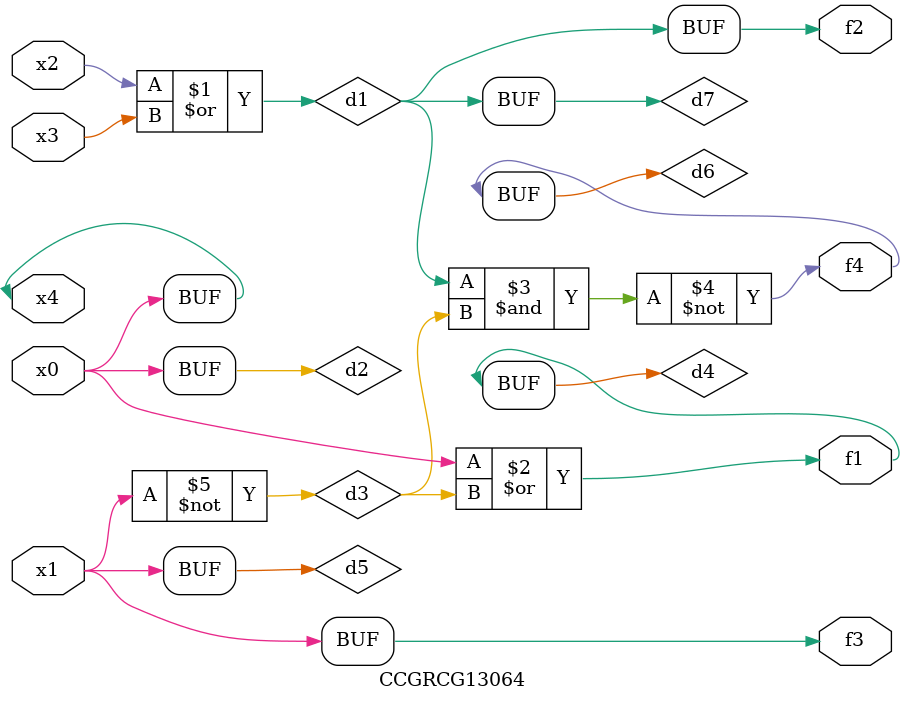
<source format=v>
module CCGRCG13064(
	input x0, x1, x2, x3, x4,
	output f1, f2, f3, f4
);

	wire d1, d2, d3, d4, d5, d6, d7;

	or (d1, x2, x3);
	buf (d2, x0, x4);
	not (d3, x1);
	or (d4, d2, d3);
	not (d5, d3);
	nand (d6, d1, d3);
	or (d7, d1);
	assign f1 = d4;
	assign f2 = d7;
	assign f3 = d5;
	assign f4 = d6;
endmodule

</source>
